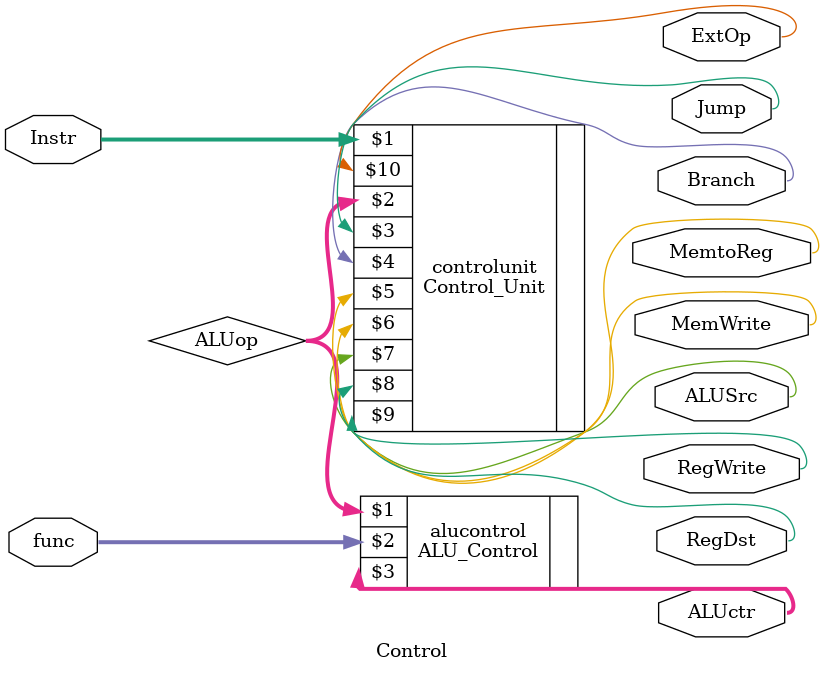
<source format=v>
`timescale 1ns / 1ps


module Control(
    input   [31:26]Instr,
    input   [5:0]func,
    output  Jump,
    output  Branch,
    output  MemtoReg,
    output  MemWrite,
    output  ALUSrc,
    output  RegWrite,
    output  RegDst,
    output  [2:0]ALUctr,
    output  ExtOp
    );
    wire [2:0]ALUop;
    
    Control_Unit controlunit(Instr,ALUop,Jump,Branch,MemtoReg,MemWrite,ALUSrc,RegWrite,RegDst,ExtOp);
    ALU_Control alucontrol(ALUop,func,ALUctr);
endmodule

</source>
